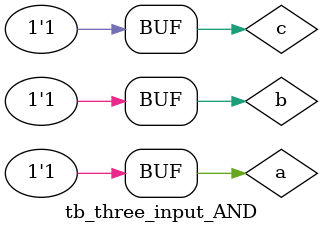
<source format=v>
module tb_three_input_AND(); 
reg a,b, c; 
wire out;
three_input_AND uut(out,a,b, c); 
initial
begin
a = 1'b0;
b = 1'b0;
c = 1'b0;
#10;
a = 1'b0;
b = 1'b0;
c = 1'b1;
#10;
a = 1'b0;
b = 1'b1;
c = 1'b0;
#10;
a = 1'b0;
b = 1'b1;
c = 1'b1;
#10;
a = 1'b1;
b = 1'b0;
c = 1'b0;
#10;
a = 1'b1;
b = 1'b0;
c = 1'b1;
#10;
a = 1'b1;
b = 1'b1;
c = 1'b0;
#10;
a = 1'b1;
b = 1'b1;
c = 1'b1;
#10;
end
// set up the monitoring
initial
begin
$monitor("a=%b, b=%b, c=%b, out=%b, time=%t\n", a, b, c, out, $time);
end
endmodule
</source>
